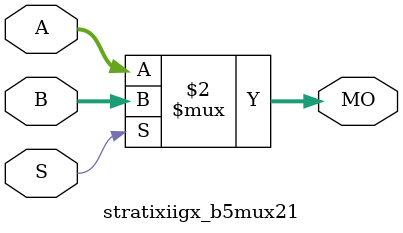
<source format=v>
module stratixiigx_b5mux21 (MO, A, B, S);
   input [4:0] A, B;
   input       S;
   output [4:0] MO; 
   assign MO = (S == 1) ? B : A; 
endmodule
</source>
